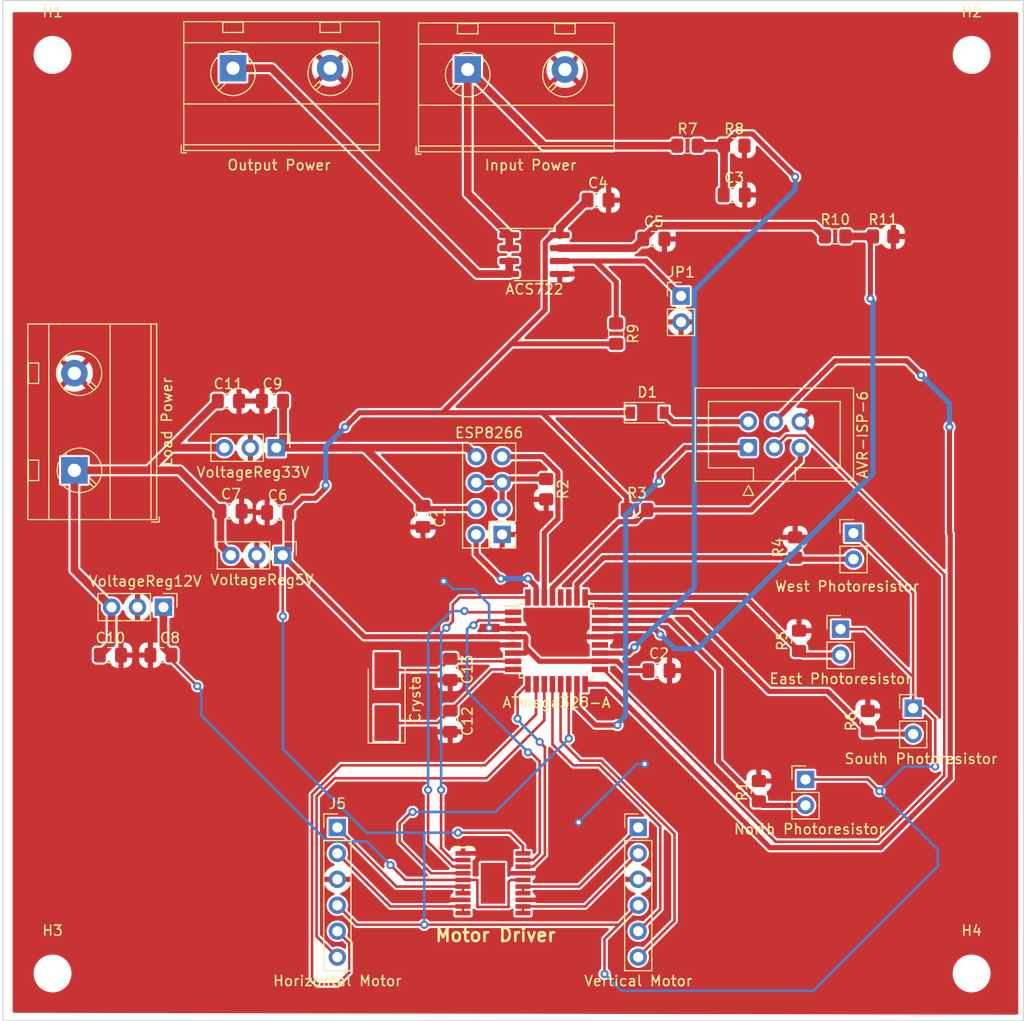
<source format=kicad_pcb>
(kicad_pcb (version 20211014) (generator pcbnew)
  (layers (0 "F.Cu" signal) (31 "B.Cu" signal) (34 "B.Paste" user) (35 "F.Paste" user) (36 "B.SilkS" user "B.Silkscreen") (37 "F.SilkS" user "F.Silkscreen") (38 "B.Mask" user) (39 "F.Mask" user) (44 "Edge.Cuts" user))
  (net 0 "")
  (net 1 "+3V3")
  (net 2 "GND")
  (net 3 "+5V")
  (net 4 "/PANEL_VOLTAGE")
  (net 5 "/VIOUT")
  (net 6 "/B+")
  (net 7 "+12V")
  (net 8 "Net-(C12-Pad1)")
  (net 9 "Net-(C13-Pad1)")
  (net 10 "Net-(D1-Pad2)")
  (net 11 "/IN1A")
  (net 12 "/IN1B")
  (net 13 "/PWM")
  (net 14 "/MP_H+")
  (net 15 "/MP_H-")
  (net 16 "/MP_V-")
  (net 17 "/MP_V+")
  (net 18 "/IN2B")
  (net 19 "/IN2A")
  (net 21 "/TXO")
  (net 22 "Net-(J1-Pad3)")
  (net 23 "/RXI")
  (net 24 "/MISO")
  (net 25 "/SCK")
  (net 26 "/MOSI")
  (net 27 "/RESET")
  (net 28 "/NORTH")
  (net 29 "/WEST")
  (net 30 "/H_ENC_A")
  (net 31 "/H_ENC_B")
  (net 32 "/EAST")
  (net 33 "/SOUTH")
  (net 34 "/V_ENC_A")
  (net 35 "/V_ENC_B")
  (net 36 "/PANEL_DIVIDER")
  (net 37 "Net-(J10-Pad1)")
  (net 38 "Net-(JP1-Pad1)")
  (net 39 "/PANEL_CURRENT")
  (net 41 "/SCL")
  (net 42 "/SDA")
  (footprint "Resistor_SMD:R_0805_2012Metric_Pad1.20x1.40mm_HandSolder" (layer "F.Cu") (at 176.641 57.785)
    (fp_text reference "R10")
    (fp_text value "1k")
  )
  (footprint "Capacitor_SMD:C_0805_2012Metric_Pad1.18x1.45mm_HandSolder" (layer "F.Cu") (at 105.664 98.806)
    (fp_text reference "C10")
    (fp_text value "1uF")
  )
  (footprint "Connector_PinHeader_2.54mm:PinHeader_1x02_P2.54mm_Vertical" (layer "F.Cu") (at 178.435 86.863)
    (fp_text reference "J4" hide)
    (fp_text value "West Photoresistor")
  )
  (footprint "Connector_PinHeader_2.54mm:PinHeader_1x03_P2.54mm_Vertical" (layer "F.Cu") (at 110.856 94.107 -90)
    (fp_text reference "J13" hide)
    (fp_text value "VoltageReg12V")
  )
  (footprint "Resistor_SMD:R_0805_2012Metric_Pad1.20x1.40mm_HandSolder" (layer "F.Cu") (at 173.101 97.409 90)
    (fp_text reference "R5")
    (fp_text value "10k")
  )
  (footprint "Capacitor_SMD:C_0805_2012Metric_Pad1.18x1.45mm_HandSolder" (layer "F.Cu") (at 138.938 105.283 -90)
    (fp_text reference "C12")
    (fp_text value "22p")
  )
  (footprint "Resistor_SMD:R_0805_2012Metric_Pad1.20x1.40mm_HandSolder" (layer "F.Cu") (at 172.72 88.265 90)
    (fp_text reference "R4")
    (fp_text value "10k")
  )
  (footprint "Capacitor_SMD:C_0805_2012Metric_Pad1.18x1.45mm_HandSolder" (layer "F.Cu") (at 158.877 58.039)
    (fp_text reference "C5")
    (fp_text value "1nF")
  )
  (footprint "TerminalBlock_MetzConnect:TerminalBlock_MetzConnect_Type703_RT10N02HGLU_1x02_P9.52mm_Horizontal" (layer "F.Cu") (at 140.655 41.43)
    (fp_text reference "J9" hide)
    (fp_text value "Input Power")
  )
  (footprint "TerminalBlock_MetzConnect:TerminalBlock_MetzConnect_Type703_RT10N02HGLU_1x02_P9.52mm_Horizontal" (layer "F.Cu") (at 102.136 80.706 90)
    (fp_text reference "J12" hide)
    (fp_text value "Load Power")
  )
  (footprint "Capacitor_SMD:C_0805_2012Metric_Pad1.18x1.45mm_HandSolder" (layer "F.Cu") (at 121.539 73.914)
    (fp_text reference "C9")
    (fp_text value "1uF")
  )
  (footprint "Resistor_SMD:R_0805_2012Metric_Pad1.20x1.40mm_HandSolder" (layer "F.Cu") (at 179.832 105.283 90)
    (fp_text reference "R6")
    (fp_text value "10k")
  )
  (footprint "Crystal:Crystal_SMD_5032-2Pin_5.0x3.2mm_HandSoldering" (layer "F.Cu") (at 132.715 102.87 90)
    (fp_text reference "Y1" hide)
    (fp_text value "Crystal")
  )
  (footprint "Capacitor_SMD:C_0805_2012Metric_Pad1.18x1.45mm_HandSolder" (layer "F.Cu") (at 122.047 84.836)
    (fp_text reference "C6")
    (fp_text value "1uF")
  )
  (footprint "Capacitor_SMD:C_0805_2012Metric_Pad1.18x1.45mm_HandSolder" (layer "F.Cu") (at 159.385 100.33)
    (fp_text reference "C2")
    (fp_text value "1uF")
  )
  (footprint "Diode_SMD:D_SOD-123" (layer "F.Cu") (at 158.242 75.057)
    (fp_text reference "D1")
    (fp_text value "MBR0520")
  )
  (footprint "Resistor_SMD:R_0805_2012Metric_Pad1.20x1.40mm_HandSolder" (layer "F.Cu") (at 162.179 48.895)
    (fp_text reference "R7")
    (fp_text value "10k")
  )
  (footprint "Capacitor_SMD:C_0805_2012Metric_Pad1.18x1.45mm_HandSolder" (layer "F.Cu") (at 117.475 84.709)
    (fp_text reference "C7")
    (fp_text value "1uF")
  )
  (footprint "Capacitor_SMD:C_0805_2012Metric_Pad1.18x1.45mm_HandSolder" (layer "F.Cu") (at 166.751 53.721)
    (fp_text reference "C3")
    (fp_text value ".1uF")
  )
  (footprint "MountingHole:MountingHole_3.2mm_M3" (layer "F.Cu") (at 190 40)
    (fp_text reference "H2")
    (fp_text value "MountingHole")
  )
  (footprint "Capacitor_SMD:C_0805_2012Metric_Pad1.18x1.45mm_HandSolder" (layer "F.Cu") (at 153.416 54.229)
    (fp_text reference "C4")
    (fp_text value ".1uF")
  )
  (footprint "Connector_PinHeader_2.54mm:PinHeader_1x03_P2.54mm_Vertical" (layer "F.Cu") (at 122.54 89.027 -90)
    (fp_text reference "J11" hide)
    (fp_text value "VoltageReg5V")
  )
  (footprint "Resistor_SMD:R_0805_2012Metric_Pad1.20x1.40mm_HandSolder" (layer "F.Cu") (at 157.226 84.582)
    (fp_text reference "R3")
    (fp_text value "10k")
  )
  (footprint "Package_SO:SOIC-8_3.9x4.9mm_P1.27mm" (layer "F.Cu") (at 147.193 59.563)
    (fp_text reference "U1" hide)
    (fp_text value "ACS722")
  )
  (footprint "TerminalBlock_MetzConnect:TerminalBlock_MetzConnect_Type703_RT10N02HGLU_1x02_P9.52mm_Horizontal" (layer "F.Cu") (at 117.668 41.303)
    (fp_text reference "J10" hide)
    (fp_text value "Output Power")
  )
  (footprint "Package_QFP:TQFP-32_7x7mm_P0.8mm" (layer "F.Cu") (at 149.352 97.409)
    (fp_text reference "U2" hide)
    (fp_text value "ATmega328-A")
  )
  (footprint "Connector_IDC:IDC-Header_2x03_P2.54mm_Vertical" (layer "F.Cu") (at 168.143 78.4765 90)
    (fp_text reference "J2" hide)
    (fp_text value "AVR-ISP-6")
  )
  (footprint "MountingHole:MountingHole_3.2mm_M3" (layer "F.Cu") (at 100 130)
    (fp_text reference "H3")
    (fp_text value "MountingHole")
  )
  (footprint "Capacitor_SMD:C_0805_2012Metric_Pad1.18x1.45mm_HandSolder" (layer "F.Cu") (at 138.938 100.203 -90)
    (fp_text reference "C13")
    (fp_text value "22p")
  )
  (footprint "Connector_PinHeader_2.54mm:PinHeader_1x02_P2.54mm_Vertical" (layer "F.Cu") (at 173.736 110.993)
    (fp_text reference "J3" hide)
    (fp_text value "North Photoresistor")
  )
  (footprint "Capacitor_SMD:C_0805_2012Metric_Pad1.18x1.45mm_HandSolder" (layer "F.Cu") (at 110.617 98.806)
    (fp_text reference "C8")
    (fp_text value "1uF")
  )
  (footprint "Connector_PinHeader_2.54mm:PinHeader_1x06_P2.54mm_Vertical" (layer "F.Cu") (at 127.889 115.697)
    (fp_text reference "J5")
    (fp_text value "Horizontal Motor")
  )
  (footprint "Capacitor_SMD:C_0805_2012Metric_Pad1.18x1.45mm_HandSolder" (layer "F.Cu") (at 136.271 85.217 -90)
    (fp_text reference "C1")
    (fp_text value "1uF")
  )
  (footprint "Resistor_SMD:R_0805_2012Metric_Pad1.20x1.40mm_HandSolder" (layer "F.Cu") (at 166.751 48.895)
    (fp_text reference "R8")
    (fp_text value "3.8k")
  )
  (footprint "Connector_PinHeader_2.54mm:PinHeader_1x02_P2.54mm_Vertical" (layer "F.Cu") (at 177.165 96.261)
    (fp_text reference "J6" hide)
    (fp_text value "East Photoresistor")
  )
  (footprint "Connector_PinHeader_2.54mm:PinHeader_1x06_P2.54mm_Vertical" (layer "F.Cu") (at 157.353 115.697)
    (fp_text reference "J8" hide)
    (fp_text value "Vertical Motor")
  )
  (footprint "Capacitor_SMD:C_0805_2012Metric_Pad1.18x1.45mm_HandSolder" (layer "F.Cu") (at 117.221 73.914)
    (fp_text reference "C11")
    (fp_text value "1uF")
  )
  (footprint "Connector_PinHeader_2.54mm:PinHeader_1x03_P2.54mm_Vertical" (layer "F.Cu") (at 121.905 78.486 -90)
    (fp_text reference "J14" hide)
    (fp_text value "VoltageReg33V")
  )
  (footprint "MountingHole:MountingHole_3.2mm_M3" (layer "F.Cu") (at 190 130)
    (fp_text reference "H4")
    (fp_text value "MountingHole")
  )
  (footprint "MountingHole:MountingHole_3.2mm_M3" (layer "F.Cu") (at 100 40)
    (fp_text reference "H1")
    (fp_text value "MountingHole")
  )
  (footprint "Resistor_SMD:R_0805_2012Metric_Pad1.20x1.40mm_HandSolder" (layer "F.Cu") (at 155.194 67.31 -90)
    (fp_text reference "R9")
    (fp_text value "4.7k")
  )
  (footprint "Resistor_SMD:R_0805_2012Metric_Pad1.20x1.40mm_HandSolder" (layer "F.Cu") (at 148.336 82.55 -90)
    (fp_text reference "R2")
    (fp_text value "10k")
  )
  (footprint "Resistor_SMD:R_0805_2012Metric_Pad1.20x1.40mm_HandSolder" (layer "F.Cu") (at 181.34 57.785)
    (fp_text reference "R11")
    (fp_text value "2k")
  )
  (footprint "Connector_PinHeader_2.54mm:PinHeader_1x02_P2.54mm_Vertical" (layer "F.Cu") (at 161.544 63.622)
    (fp_text reference "JP1")
    (fp_text value "Jumper_2_Bridged")
  )
  (footprint "BD635:BD635" (layer "F.Cu") (at 143.129 121.158)
    (fp_text reference "J1" hide)
    (fp_text value "Motor Driver")
  )
  (footprint "Connector_PinHeader_2.54mm:PinHeader_2x04_P2.54mm_Vertical" (layer "F.Cu") (at 144.023 86.985 180)
    (fp_text reference "J1" hide)
    (fp_text value "ESP8266")
  )
  (footprint "Connector_PinHeader_2.54mm:PinHeader_1x02_P2.54mm_Vertical" (layer "F.Cu") (at 184.277 104.008)
    (fp_text reference "J7" hide)
    (fp_text value "South Photoresistor")
  )
  (footprint "Resistor_SMD:R_0805_2012Metric_Pad1.20x1.40mm_HandSolder" (layer "F.Cu") (at 169.164 112.141 90)
    (fp_text reference "R1")
    (fp_text value "10k")
  )
  (gr_rect (start 195.072 34.671) (end 95.123 134.62) (layer "Edge.Cuts") (width 0.1) (fill none))
  (segment (start 122.5765 77.8145) (end 121.905 78.486) (width 0.762) (layer "F.Cu") (net 1))
  (segment (start 121.905 78.486) (end 130.5775 78.486) (width 0.762) (layer "F.Cu") (net 1))
  (segment (start 122.5765 73.914) (end 122.5765 77.8145) (width 0.762) (layer "F.Cu") (net 1))
  (segment (start 130.5775 78.486) (end 140.604 78.486) (width 0.762) (layer "F.Cu") (net 1))
  (segment (start 136.5365 84.445) (end 141.483 84.445) (width 0.508) (layer "F.Cu") (net 1))
  (segment (start 130.5775 78.486) (end 136.271 84.1795) (width 0.762) (layer "F.Cu") (net 1))
  (segment (start 140.604 78.486) (end 141.483 79.365) (width 0.762) (layer "F.Cu") (net 1))
  (segment (start 136.271 84.1795) (end 136.5365 84.445) (width 0.508) (layer "F.Cu") (net 1))
  (via (at 138.303 91.567) (size 0.8) (drill 0.4) (layers "F.Cu" "B.Cu") (net 2))
  (via (at 142.748 96.139) (size 0.8) (drill 0.4) (layers "F.Cu" "B.Cu") (net 2))
  (via (at 157.988 109.474) (size 0.8) (drill 0.4) (layers "F.Cu" "B.Cu") (net 2))
  (via (at 151.511 115.189) (size 0.8) (drill 0.4) (layers "F.Cu" "B.Cu") (net 2))
  (segment (start 138.303 91.567) (end 138.438614 91.567) (width 0.25) (layer "B.Cu") (net 2))
  (segment (start 139.200614 92.329) (end 141.224 92.329) (width 0.25) (layer "B.Cu") (net 2))
  (segment (start 151.511 115.189) (end 157.226 109.474) (width 0.25) (layer "B.Cu") (net 2))
  (segment (start 142.748 93.853) (end 142.748 96.139) (width 0.25) (layer "B.Cu") (net 2))
  (segment (start 157.226 109.474) (end 157.988 109.474) (width 0.25) (layer "B.Cu") (net 2))
  (segment (start 141.224 92.329) (end 142.748 93.853) (width 0.25) (layer "B.Cu") (net 2))
  (segment (start 138.438614 91.567) (end 139.200614 92.329) (width 0.25) (layer "B.Cu") (net 2))
  (segment (start 158.3475 100.33) (end 156.21 100.33) (width 0.508) (layer "F.Cu") (net 3))
  (segment (start 148.23948 64.99352) (end 148.23948 58.38952) (width 0.508) (layer "F.Cu") (net 3))
  (segment (start 122.54 94.981) (end 122.54 89.027) (width 0.254) (layer "F.Cu") (net 3))
  (segment (start 144.78 116.205) (end 139.7 116.205) (width 0.254) (layer "F.Cu") (net 3))
  (segment (start 184.277 104.008) (end 185.381 104.008) (width 0.254) (layer "F.Cu") (net 3))
  (segment (start 146.355511 98.537511) (end 146.284022 98.609) (width 0.508) (layer "F.Cu") (net 3))
  (segment (start 138.176 75.057) (end 144.923 68.31) (width 0.508) (layer "F.Cu") (net 3))
  (segment (start 179.573 96.261) (end 184.277 100.965) (width 0.254) (layer "F.Cu") (net 3))
  (segment (start 184.277 92.705) (end 184.277 100.965) (width 0.254) (layer "F.Cu") (net 3))
  (segment (start 145.102 97.009) (end 146.284022 97.009) (width 0.508) (layer "F.Cu") (net 3))
  (segment (start 156.226 83.328) (end 147.955 75.057) (width 0.508) (layer "F.Cu") (net 3))
  (segment (start 173.736 110.993) (end 179.827 110.993) (width 0.254) (layer "F.Cu") (net 3))
  (segment (start 149.668 57.658) (end 149.668 56.9395) (width 0.762) (layer "F.Cu") (net 3))
  (segment (start 130.048 75.057) (end 128.651 76.454) (width 0.508) (layer "F.Cu") (net 3))
  (segment (start 136.398 125.222) (end 129.794 125.222) (width 0.254) (layer "F.Cu") (net 3))
  (segment (start 125.73 83.439) (end 124.4815 83.439) (width 0.508) (layer "F.Cu") (net 3))
  (segment (start 138.176 75.057) (end 130.048 75.057) (width 0.508) (layer "F.Cu") (net 3))
  (segment (start 126.746 82.423) (end 126.746 82.169) (width 0.508) (layer "F.Cu") (net 3))
  (segment (start 123.0845 84.836) (end 123.0845 88.4825) (width 0.762) (layer "F.Cu") (net 3))
  (segment (start 146.355511 98.095511) (end 146.355511 98.537511) (width 0.508) (layer "F.Cu") (net 3))
  (segment (start 124.4815 83.439) (end 123.0845 84.836) (width 0.508) (layer "F.Cu") (net 3))
  (segment (start 177.165 96.261) (end 179.573 96.261) (width 0.254) (layer "F.Cu") (net 3))
  (segment (start 178.435 86.863) (end 184.277 92.705) (width 0.254) (layer "F.Cu") (net 3))
  (segment (start 156.21 100.33) (end 155.289 99.409) (width 0.508) (layer "F.Cu") (net 3))
  (segment (start 149.668 56.9395) (end 152.3785 54.229) (width 0.762) (layer "F.Cu") (net 3))
  (segment (start 185.381 104.008) (end 186.436 105.063) (width 0.254) (layer "F.Cu") (net 3))
  (segment (start 184.277 100.965) (end 184.277 104.008) (width 0.254) (layer "F.Cu") (net 3))
  (segment (start 155.289 99.409) (end 153.602 99.409) (width 0.508) (layer "F.Cu") (net 3))
  (segment (start 129.794 125.222) (end 127.889 123.317) (width 0.254) (layer "F.Cu") (net 3))
  (segment (start 148.23948 58.38952) (end 148.971 57.658) (width 0.508) (layer "F.Cu") (net 3))
  (segment (start 144.923 68.31) (end 155.194 68.31) (width 0.508) (layer "F.Cu") (net 3))
  (segment (start 154.051 126.619) (end 157.353 123.317) (width 0.254) (layer "F.Cu") (net 3))
  (segment (start 147.669 99.409) (end 146.355511 98.095511) (width 0.508) (layer "F.Cu") (net 3))
  (segment (start 156.592 75.057) (end 147.955 75.057) (width 0.508) (layer "F.Cu") (net 3))
  (segment (start 146.284022 98.609) (end 145.102 98.609) (width 0.508) (layer "F.Cu") (net 3))
  (segment (start 122.555 94.996) (end 122.54 94.981) (width 0.254) (layer "F.Cu") (net 3))
  (segment (start 155.448 125.222) (end 157.353 123.317) (width 0.254) (layer "F.Cu") (net 3))
  (segment (start 179.827 110.993) (end 180.975 112.141) (width 0.254) (layer "F.Cu") (net 3))
  (segment (start 146.067 117.492) (end 144.78 116.205) (width 0.254) (layer "F.Cu") (net 3))
  (segment (start 154.051 130.048) (end 154.051 126.619) (width 0.254) (layer "F.Cu") (net 3))
  (segment (start 123.0845 88.4825) (end 122.54 89.027) (width 0.762) (layer "F.Cu") (net 3))
  (segment (start 146.067 118.233) (end 146.067 117.492) (width 0.254) (layer "F.Cu") (net 3))
  (segment (start 153.602 99.409) (end 147.669 99.409) (width 0.508) (layer "F.Cu") (net 3))
  (segment (start 156.226 84.582) (end 156.226 83.328) (width 0.508) (layer "F.Cu") (net 3))
  (segment (start 145.102 97.009) (end 130.522 97.009) (width 0.508) (layer "F.Cu") (net 3))
  (segment (start 148.971 57.658) (end 149.668 57.658) (width 0.508) (layer "F.Cu") (net 3))
  (segment (start 130.522 97.009) (end 122.54 89.027) (width 0.508) (layer "F.Cu") (net 3))
  (segment (start 147.955 75.057) (end 138.176 75.057) (width 0.508) (layer "F.Cu") (net 3))
  (segment (start 144.923 68.31) (end 148.23948 64.99352) (width 0.508) (layer "F.Cu") (net 3))
  (segment (start 146.284022 97.009) (end 146.355511 97.080489) (width 0.508) (layer "F.Cu") (net 3))
  (segment (start 136.398 125.222) (end 155.448 125.222) (width 0.254) (layer "F.Cu") (net 3))
  (segment (start 125.73 83.439) (end 126.746 82.423) (width 0.508) (layer "F.Cu") (net 3))
  (segment (start 146.355511 97.080489) (end 146.355511 98.095511) (width 0.508) (layer "F.Cu") (net 3))
  (segment (start 186.436 105.063) (end 186.436 109.728) (width 0.254) (layer "F.Cu") (net 3))
  (via (at 186.436 109.728) (size 0.8) (drill 0.4) (layers "F.Cu" "B.Cu") (net 3))
  (via (at 126.746 82.169) (size 0.8) (drill 0.4) (layers "F.Cu" "B.Cu") (net 3))
  (via (at 139.7 116.205) (size 0.8) (drill 0.4) (layers "F.Cu" "B.Cu") (net 3))
  (via (at 136.398 125.222) (size 0.8) (drill 0.4) (layers "F.Cu" "B.Cu") (net 3))
  (via (at 122.555 94.996) (size 0.8) (drill 0.4) (layers "F.Cu" "B.Cu") (net 3))
  (via (at 128.651 76.454) (size 0.8) (drill 0.4) (layers "F.Cu" "B.Cu") (net 3))
  (via (at 154.051 130.048) (size 0.8) (drill 0.4) (layers "F.Cu" "B.Cu") (net 3))
  (via (at 180.975 112.141) (size 0.8) (drill 0.4) (layers "F.Cu" "B.Cu") (net 3))
  (segment (start 126.746 78.359) (end 126.746 82.169) (width 0.508) (layer "B.Cu") (net 3))
  (segment (start 136.398 116.205) (end 130.750022 116.205) (width 0.254) (layer "B.Cu") (net 3))
  (segment (start 139.7 116.205) (end 136.398 116.205) (width 0.254) (layer "B.Cu") (net 3))
  (segment (start 130.750022 116.205) (end 122.555 108.009978) (width 0.254) (layer "B.Cu") (net 3))
  (segment (start 180.975 112.141) (end 186.436 117.602) (width 0.254) (layer "B.Cu") (net 3))
  (segment (start 183.388 109.728) (end 180.975 112.141) (width 0.254) (layer "B.Cu") (net 3))
  (segment (start 136.398 116.205) (end 136.398 125.222) (width 0.254) (layer "B.Cu") (net 3))
  (segment (start 155.702 131.699) (end 154.051 130.048) (width 0.254) (layer "B.Cu") (net 3))
  (segment (start 128.651 76.454) (end 126.746 78.359) (width 0.508) (layer "B.Cu") (net 3))
  (segment (start 186.69 119.507) (end 174.498 131.699) (width 0.254) (layer "B.Cu") (net 3))
  (segment (start 156.083 131.699) (end 155.702 131.699) (width 0.254) (layer "B.Cu") (net 3))
  (segment (start 186.436 109.728) (end 183.388 109.728) (width 0.254) (layer "B.Cu") (net 3))
  (segment (start 186.69 117.856) (end 186.69 119.507) (width 0.254) (layer "B.Cu") (net 3))
  (segment (start 174.498 131.699) (end 156.083 131.699) (width 0.254) (layer "B.Cu") (net 3))
  (segment (start 122.555 108.009978) (end 122.555 94.996) (width 0.254) (layer "B.Cu") (net 3))
  (segment (start 186.436 117.602) (end 186.69 117.856) (width 0.254) (layer "B.Cu") (net 3))
  (segment (start 156.407 98.609) (end 156.972 98.044) (width 0.508) (layer "F.Cu") (net 4))
  (segment (start 153.602 98.609) (end 156.407 98.609) (width 0.508) (layer "F.Cu") (net 4))
  (segment (start 168.51848 47.74148) (end 166.90452 47.74148) (width 0.508) (layer "F.Cu") (net 4))
  (segment (start 165.751 48.895) (end 165.751 53.6835) (width 0.762) (layer "F.Cu") (net 4))
  (segment (start 165.751 53.6835) (end 165.7135 53.721) (width 0.762) (layer "F.Cu") (net 4))
  (segment (start 172.72 51.943) (end 168.51848 47.74148) (width 0.508) (layer "F.Cu") (net 4))
  (segment (start 163.179 48.895) (end 165.751 48.895) (width 0.762) (layer "F.Cu") (net 4))
  (segment (start 166.90452 47.74148) (end 165.751 48.895) (width 0.508) (layer "F.Cu") (net 4))
  (via (at 172.72 51.943) (size 0.8) (drill 0.4) (layers "F.Cu" "B.Cu") (net 4))
  (via (at 156.972 98.044) (size 0.8) (drill 0.4) (layers "F.Cu" "B.Cu") (net 4))
  (segment (start 172.466 53.467) (end 172.72 53.213) (width 0.508) (layer "B.Cu") (net 4))
  (segment (start 172.72 53.213) (end 172.72 51.943) (width 0.508) (layer "B.Cu") (net 4))
  (segment (start 156.972 98.044) (end 162.847511 92.168489) (width 0.508) (layer "B.Cu") (net 4))
  (segment (start 162.847511 92.168489) (end 162.847511 63.085489) (width 0.508) (layer "B.Cu") (net 4))
  (segment (start 162.847511 63.085489) (end 172.466 53.467) (width 0.508) (layer "B.Cu") (net 4))
  (segment (start 156.9505 58.928) (end 157.8395 58.039) (width 0.762) (layer "F.Cu") (net 5))
  (segment (start 157.8395 58.039) (end 159.14502 56.73348) (width 0.762) (layer "F.Cu") (net 5))
  (segment (start 159.14502 56.73348) (end 174.58948 56.73348) (width 0.762) (layer "F.Cu") (net 5))
  (segment (start 174.58948 56.73348) (end 175.641 57.785) (width 0.762) (layer "F.Cu") (net 5))
  (segment (start 149.668 58.928) (end 156.9505 58.928) (width 0.762) (layer "F.Cu") (net 5))
  (segment (start 102.136 90.467) (end 105.776 94.107) (width 0.762) (layer "F.Cu") (net 6))
  (segment (start 109.3915 80.706) (end 102.136 80.706) (width 0.762) (layer "F.Cu") (net 6))
  (segment (start 116.4375 88.0045) (end 117.46 89.027) (width 0.762) (layer "F.Cu") (net 6))
  (segment (start 116.1835 73.914) (end 109.3915 80.706) (width 0.762) (layer "F.Cu") (net 6))
  (segment (start 102.136 80.706) (end 102.136 90.467) (width 0.762) (layer "F.Cu") (net 6))
  (segment (start 105.776 94.107) (end 105.776 97.6565) (width 0.762) (layer "F.Cu") (net 6))
  (segment (start 112.4345 80.706) (end 116.4375 84.709) (width 0.762) (layer "F.Cu") (net 6))
  (segment (start 111.6115 78.486) (end 116.825 78.486) (width 0.762) (layer "F.Cu") (net 6))
  (segment (start 116.4375 84.709) (end 116.4375 88.0045) (width 0.762) (layer "F.Cu") (net 6))
  (segment (start 105.776 97.6565) (end 104.6265 98.806) (width 0.762) (layer "F.Cu") (net 6))
  (segment (start 109.3915 80.706) (end 111.6115 78.486) (width 0.762) (layer "F.Cu") (net 6))
  (segment (start 102.136 80.706) (end 112.4345 80.706) (width 0.762) (layer "F.Cu") (net 6))
  (segment (start 144.655511 123.484511) (end 144.655511 121.031) (width 0.254) (layer "F.Cu") (net 7))
  (segment (start 114.173 101.854) (end 111.6545 99.3355) (width 0.254) (layer "F.Cu") (net 7))
  (segment (start 141.602489 120.833) (end 141.602489 123.484511) (width 0.254) (layer "F.Cu") (net 7))
  (segment (start 110.856 94.107) (end 110.856 98.0075) (width 0.762) (layer "F.Cu") (net 7))
  (segment (start 140.191 120.833) (end 141.602489 120.833) (width 0.254) (layer "F.Cu") (net 7))
  (segment (start 140.191 120.833) (end 134.549 120.833) (width 0.254) (layer "F.Cu") (net 7))
  (segment (start 133.858 120.142) (end 133.096 119.38) (width 0.254) (layer "F.Cu") (net 7))
  (segment (start 144.655511 121.031) (end 144.853511 120.833) (width 0.254) (layer "F.Cu") (net 7))
  (segment (start 110.856 98.0075) (end 111.6545 98.806) (width 0.762) (layer "F.Cu") (net 7))
  (segment (start 141.602489 123.484511) (end 144.655511 123.484511) (width 0.254) (layer "F.Cu") (net 7))
  (segment (start 134.549 120.833) (end 133.858 120.142) (width 0.254) (layer "F.Cu") (net 7))
  (segment (start 144.853511 120.833) (end 146.067 120.833) (width 0.254) (layer "F.Cu") (net 7))
  (segment (start 111.6545 99.3355) (end 111.6545 98.806) (width 0.254) (layer "F.Cu") (net 7))
  (via (at 114.173 101.854) (size 0.8) (drill 0.4) (layers "F.Cu" "B.Cu") (net 7))
  (via (at 133.096 119.38) (size 0.8) (drill 0.4) (layers "F.Cu" "B.Cu") (net 7))
  (segment (start 114.554 103.505) (end 114.554 102.235) (width 0.254) (layer "B.Cu") (net 7))
  (segment (start 133.096 119.38) (end 130.776489 117.060489) (width 0.254) (layer "B.Cu") (net 7))
  (segment (start 130.776489 117.060489) (end 126.899467 117.060489) (width 0.254) (layer "B.Cu") (net 7))
  (segment (start 114.554 104.715022) (end 114.554 103.505) (width 0.254) (layer "B.Cu") (net 7))
  (segment (start 114.554 102.235) (end 114.173 101.854) (width 0.254) (layer "B.Cu") (net 7))
  (segment (start 126.899467 117.060489) (end 114.554 104.715022) (width 0.254) (layer "B.Cu") (net 7))
  (segment (start 137.7135 105.47) (end 138.938 104.2455) (width 0.254) (layer "F.Cu") (net 8))
  (segment (start 142.9745 100.209) (end 145.102 100.209) (width 0.254) (layer "F.Cu") (net 8))
  (segment (start 138.938 104.2455) (end 142.9745 100.209) (width 0.254) (layer "F.Cu") (net 8))
  (segment (start 132.715 105.47) (end 137.7135 105.47) (width 0.254) (layer "F.Cu") (net 8))
  (segment (start 132.715 100.27) (end 137.8335 100.27) (width 0.254) (layer "F.Cu") (net 9))
  (segment (start 145.102 99.409) (end 139.1815 99.409) (width 0.254) (layer "F.Cu") (net 9))
  (segment (start 137.8335 100.27) (end 138.938 99.1655) (width 0.254) (layer "F.Cu") (net 9))
  (segment (start 139.1815 99.409) (end 138.938 99.1655) (width 0.254) (layer "F.Cu") (net 9))
  (segment (start 160.7715 75.9365) (end 159.892 75.057) (width 0.508) (layer "F.Cu") (net 10))
  (segment (start 168.143 75.9365) (end 160.7715 75.9365) (width 0.508) (layer "F.Cu") (net 10))
  (segment (start 139.192 93.853) (end 139.886 93.159) (width 0.254) (layer "F.Cu") (net 11))
  (segment (start 139.886 93.159) (end 146.552 93.159) (width 0.254) (layer "F.Cu") (net 11))
  (segment (start 138.049 112.522) (end 138.049 112.014) (width 0.254) (layer "F.Cu") (net 11))
  (segment (start 139.192 95.504) (end 139.192 93.853) (width 0.254) (layer "F.Cu") (net 11))
  (segment (start 139.1995 118.883) (end 138.049 117.7325) (width 0.254) (layer "F.Cu") (net 11))
  (segment (start 138.557 96.139) (end 139.192 95.504) (width 0.254) (layer "F.Cu") (net 11))
  (segment (start 140.191 118.883) (end 139.1995 118.883) (width 0.254) (layer "F.Cu") (net 11))
  (segment (start 138.049 117.7325) (end 138.049 112.522) (width 0.254) (layer "F.Cu") (net 11))
  (via (at 138.049 112.014) (size 0.8) (drill 0.4) (layers "F.Cu" "B.Cu") (net 11))
  (via (at 138.557 96.139) (size 0.8) (drill 0.4) (layers "F.Cu" "B.Cu") (net 11))
  (segment (start 138.049 96.647) (end 138.557 96.139) (width 0.254) (layer "B.Cu") (net 11))
  (segment (start 138.049 112.014) (end 138.049 96.647) (width 0.254) (layer "B.Cu") (net 11))
  (segment (start 136.779 117.1125) (end 136.779 112.014) (width 0.254) (layer "F.Cu") (net 12))
  (segment (start 140.456 94.609) (end 145.102 94.609) (width 0.254) (layer "F.Cu") (net 12))
  (segment (start 139.1995 119.533) (end 136.779 117.1125) (width 0.254) (layer "F.Cu") (net 12))
  (segment (start 140.191 119.533) (end 139.1995 119.533) (width 0.254) (layer "F.Cu") (net 12))
  (segment (start 140.335 94.488) (end 140.456 94.609) (width 0.254) (layer "F.Cu") (net 12))
  (via (at 140.335 94.488) (size 0.8) (drill 0.4) (layers "F.Cu" "B.Cu") (net 12))
  (via (at 136.779 112.014) (size 0.8) (drill 0.4) (layers "F.Cu" "B.Cu") (net 12))
  (segment (start 136.779 112.014) (end 136.779 96.774) (width 0.254) (layer "B.Cu") (net 12))
  (segment (start 138.938 94.615) (end 139.065 94.488) (width 0.254) (layer "B.Cu") (net 12))
  (segment (start 136.779 96.774) (end 138.938 94.615) (width 0.254) (layer "B.Cu") (net 12))
  (segment (start 139.065 94.488) (end 140.335 94.488) (width 0.254) (layer "B.Cu") (net 12))
  (segment (start 150.555964 106.983536) (end 150.552 106.979572) (width 0.254) (layer "F.Cu") (net 13))
  (segment (start 135.128 114.173) (end 135.255 114.173) (width 0.254) (layer "F.Cu") (net 13))
  (segment (start 137.074 120.183) (end 133.985 117.094) (width 0.254) (layer "F.Cu") (net 13))
  (segment (start 133.985 117.094) (end 133.985 115.316) (width 0.254) (layer "F.Cu") (net 13))
  (segment (start 133.985 115.316) (end 135.128 114.173) (width 0.254) (layer "F.Cu") (net 13))
  (segment (start 150.552 106.979572) (end 150.552 101.659) (width 0.254) (layer "F.Cu") (net 13))
  (segment (start 140.191 120.183) (end 137.074 120.183) (width 0.254) (layer "F.Cu") (net 13))
  (via (at 150.555964 106.983536) (size 0.8) (drill 0.4) (layers "F.Cu" "B.Cu") (net 13))
  (via (at 135.255 114.173) (size 0.8) (drill 0.4) (layers "F.Cu" "B.Cu") (net 13))
  (segment (start 143.3665 114.173) (end 150.555964 106.983536) (width 0.254) (layer "B.Cu") (net 13))
  (segment (start 135.255 114.173) (end 143.3665 114.173) (width 0.254) (layer "B.Cu") (net 13))
  (segment (start 133.675 121.483) (end 127.889 115.697) (width 0.254) (layer "F.Cu") (net 14))
  (segment (start 140.191 121.483) (end 140.191 122.133) (width 0.254) (layer "F.Cu") (net 14))
  (segment (start 140.191 121.483) (end 133.675 121.483) (width 0.254) (layer "F.Cu") (net 14))
  (segment (start 140.191 123.433) (end 133.085 123.433) (width 0.254) (layer "F.Cu") (net 15))
  (segment (start 140.191 123.433) (end 140.191 124.083) (width 0.254) (layer "F.Cu") (net 15))
  (segment (start 133.085 123.433) (end 127.889 118.237) (width 0.254) (layer "F.Cu") (net 15))
  (segment (start 146.067 124.083) (end 146.067 123.433) (width 0.254) (layer "F.Cu") (net 16))
  (segment (start 152.157 123.433) (end 157.353 118.237) (width 0.254) (layer "F.Cu") (net 16))
  (segment (start 146.067 123.433) (end 152.157 123.433) (width 0.254) (layer "F.Cu") (net 16))
  (segment (start 146.067 121.483) (end 151.567 121.483) (width 0.254) (layer "F.Cu") (net 17))
  (segment (start 146.067 122.133) (end 146.067 121.483) (width 0.254) (layer "F.Cu") (net 17))
  (segment (start 151.567 121.483) (end 157.353 115.697) (width 0.254) (layer "F.Cu") (net 17))
  (segment (start 146.067 119.533) (end 147.0585 119.533) (width 0.254) (layer "F.Cu") (net 18))
  (segment (start 145.542 105.029) (end 145.542 102.669) (width 0.254) (layer "F.Cu") (net 18))
  (segment (start 147.0585 119.533) (end 148.209 118.3825) (width 0.254) (layer "F.Cu") (net 18))
  (segment (start 148.209 107.823) (end 147.701 107.315) (width 0.254) (layer "F.Cu") (net 18))
  (segment (start 145.542 102.669) (end 146.552 101.659) (width 0.254) (layer "F.Cu") (net 18))
  (segment (start 148.209 118.3825) (end 148.209 107.823) (width 0.254) (layer "F.Cu") (net 18))
  (via (at 147.701 107.315) (size 0.8) (drill 0.4) (layers "F.Cu" "B.Cu") (net 18))
  (via (at 145.542 105.029) (size 0.8) (drill 0.4) (layers "F.Cu" "B.Cu") (net 18))
  (segment (start 145.542 105.156) (end 145.542 105.029) (width 0.254) (layer "B.Cu") (net 18))
  (segment (start 147.701 107.315) (end 145.542 105.156) (width 0.254) (layer "B.Cu") (net 18))
  (segment (start 141.224 95.885) (end 141.7 95.409) (width 0.254) (layer "F.Cu") (net 19))
  (segment (start 141.7 95.409) (end 145.102 95.409) (width 0.254) (layer "F.Cu") (net 19))
  (segment (start 147.701 109.22) (end 146.812 108.331) (width 0.254) (layer "F.Cu") (net 19))
  (segment (start 147.701 118.2405) (end 147.701 109.22) (width 0.254) (layer "F.Cu") (net 19))
  (segment (start 146.067 118.883) (end 147.0585 118.883) (width 0.254) (layer "F.Cu") (net 19))
  (segment (start 146.812 108.331) (end 146.558 108.331) (width 0.254) (layer "F.Cu") (net 19))
  (segment (start 147.0585 118.883) (end 147.701 118.2405) (width 0.254) (layer "F.Cu") (net 19))
  (via (at 141.224 95.885) (size 0.8) (drill 0.4) (layers "F.Cu" "B.Cu") (net 19))
  (via (at 146.558 108.331) (size 0.8) (drill 0.4) (layers "F.Cu" "B.Cu") (net 19))
  (segment (start 140.589 96.266) (end 140.97 95.885) (width 0.254) (layer "B.Cu") (net 19))
  (segment (start 140.589 102.362) (end 140.589 96.266) (width 0.254) (layer "B.Cu") (net 19))
  (segment (start 140.97 95.885) (end 141.224 95.885) (width 0.254) (layer "B.Cu") (net 19))
  (segment (start 146.558 108.331) (end 140.589 102.362) (width 0.254) (layer "B.Cu") (net 19))
  (segment (start 147.352 92.107) (end 146.558 91.313) (width 0.508) (layer "F.Cu") (net 21))
  (segment (start 141.483 88.905) (end 141.483 86.985) (width 0.508) (layer "F.Cu") (net 21))
  (segment (start 147.352 93.159) (end 147.352 92.107) (width 0.508) (layer "F.Cu") (net 21))
  (segment (start 143.891 91.313) (end 141.483 88.905) (width 0.508) (layer "F.Cu") (net 21))
  (via (at 146.558 91.313) (size 0.8) (drill 0.4) (layers "F.Cu" "B.Cu") (net 21))
  (via (at 143.891 91.313) (size 0.8) (drill 0.4) (layers "F.Cu" "B.Cu") (net 21))
  (segment (start 146.558 91.313) (end 143.891 91.313) (width 0.508) (layer "B.Cu") (net 21))
  (segment (start 148.336 81.55) (end 144.378 81.55) (width 0.508) (layer "F.Cu") (net 22))
  (segment (start 144.023 84.445) (end 144.023 81.905) (width 0.508) (layer "F.Cu") (net 22))
  (segment (start 144.378 81.55) (end 144.023 81.905) (width 0.508) (layer "F.Cu") (net 22))
  (segment (start 141.483 81.905) (end 144.023 81.905) (width 0.508) (layer "F.Cu") (net 22))
  (segment (start 149.48952 80.908593) (end 149.48952 85.46048) (width 0.508) (layer "F.Cu") (net 23))
  (segment (start 147.945927 79.365) (end 149.48952 80.908593) (width 0.508) (layer "F.Cu") (net 23))
  (segment (start 149.48952 85.46048) (end 148.152 86.798) (width 0.508) (layer "F.Cu") (net 23))
  (segment (start 144.023 79.365) (end 147.945927 79.365) (width 0.508) (layer "F.Cu") (net 23))
  (segment (start 148.152 86.798) (end 148.152 93.159) (width 0.508) (layer "F.Cu") (net 23))
  (segment (start 160.02 80.391) (end 159.385 81.026) (width 0.508) (layer "F.Cu") (net 24))
  (segment (start 159.385 81.026) (end 159.385 81.788) (width 0.508) (layer "F.Cu") (net 24))
  (segment (start 155.321 105.664) (end 153.162 105.664) (width 0.508) (layer "F.Cu") (net 24))
  (segment (start 151.352 103.854) (end 151.352 101.659) (width 0.508) (layer "F.Cu") (net 24))
  (segment (start 153.162 105.664) (end 151.352 103.854) (width 0.508) (layer "F.Cu") (net 24))
  (segment (start 168.143 78.4765) (end 161.9345 78.4765) (width 0.508) (layer "F.Cu") (net 24))
  (segment (start 161.9345 78.4765) (end 160.02 80.391) (width 0.508) (layer "F.Cu") (net 24))
  (via (at 155.321 105.664) (size 0.8) (drill 0.4) (layers "F.Cu" "B.Cu") (net 24))
  (via (at 159.385 81.788) (size 0.8) (drill 0.4) (layers "F.Cu" "B.Cu") (net 24))
  (segment (start 156.083 104.775) (end 155.321 105.537) (width 0.508) (layer "B.Cu") (net 24))
  (segment (start 159.385 81.788) (end 156.118489 85.054511) (width 0.508) (layer "B.Cu") (net 24))
  (segment (start 156.118489 85.054511) (end 156.118489 104.739511) (width 0.508) (layer "B.Cu") (net 24))
  (segment (start 155.321 105.537) (end 155.321 105.664) (width 0.508) (layer "B.Cu") (net 24))
  (segment (start 156.118489 104.739511) (end 156.083 104.775) (width 0.508) (layer "B.Cu") (net 24))
  (segment (start 170.815 117.094) (end 153.93 100.209) (width 0.254) (layer "F.Cu") (net 25))
  (segment (start 170.683 78.4765) (end 171.859511 77.299989) (width 0.254) (layer "F.Cu") (net 25))
  (segment (start 180.848 117.094) (end 170.815 117.094) (width 0.254) (layer "F.Cu") (net 25))
  (segment (start 187.325 110.617) (end 180.848 117.094) (width 0.254) (layer "F.Cu") (net 25))
  (segment (start 173.710328 77.299989) (end 187.325 90.914661) (width 0.254) (layer "F.Cu") (net 25))
  (segment (start 153.93 100.209) (end 153.602 100.209) (width 0.254) (layer "F.Cu") (net 25))
  (segment (start 187.325 90.914661) (end 187.325 110.617) (width 0.254) (layer "F.Cu") (net 25))
  (segment (start 171.859511 77.299989) (end 173.710328 77.299989) (width 0.254) (layer "F.Cu") (net 25))
  (segment (start 176.6425 69.977) (end 183.515 69.977) (width 0.508) (layer "F.Cu") (net 26))
  (segment (start 154.237 101.659) (end 152.152 101.659) (width 0.508) (layer "F.Cu") (net 26))
  (segment (start 183.515 69.977) (end 183.642 69.977) (width 0.508) (layer "F.Cu") (net 26))
  (segment (start 183.642 69.977) (end 185.039 71.374) (width 0.508) (layer "F.Cu") (net 26))
  (segment (start 170.683 75.9365) (end 176.6425 69.977) (width 0.508) (layer "F.Cu") (net 26))
  (segment (start 170.25252 117.67452) (end 154.237 101.659) (width 0.508) (layer "F.Cu") (net 26))
  (segment (start 187.90552 110.85746) (end 181.08846 117.67452) (width 0.508) (layer "F.Cu") (net 26))
  (segment (start 181.08846 117.67452) (end 170.25252 117.67452) (width 0.508) (layer "F.Cu") (net 26))
  (segment (start 187.833 86.868) (end 187.90552 86.94052) (width 0.508) (layer "F.Cu") (net 26))
  (segment (start 187.90552 86.94052) (end 187.90552 110.85746) (width 0.508) (layer "F.Cu") (net 26))
  (segment (start 187.833 76.454) (end 187.833 86.868) (width 0.508) (layer "F.Cu") (net 26))
  (via (at 187.833 76.454) (size 0.8) (drill 0.4) (layers "F.Cu" "B.Cu") (net 26))
  (via (at 185.039 71.374) (size 0.8) (drill 0.4) (layers "F.Cu" "B.Cu") (net 26))
  (segment (start 187.833 75.311) (end 187.833 76.454) (width 0.508) (layer "B.Cu") (net 26))
  (segment (start 185.039 71.374) (end 187.833 74.168) (width 0.508) (layer "B.Cu") (net 26))
  (segment (start 187.833 74.168) (end 187.833 75.311) (width 0.508) (layer "B.Cu") (net 26))
  (segment (start 157.07248 85.73552) (end 155.43748 85.73552) (width 0.508) (layer "F.Cu") (net 27))
  (segment (start 173.223 78.4765) (end 173.223 79.761) (width 0.508) (layer "F.Cu") (net 27))
  (segment (start 155.43748 85.73552) (end 148.952 92.221) (width 0.508) (layer "F.Cu") (net 27))
  (segment (start 173.223 79.761) (end 168.402 84.582) (width 0.508) (layer "F.Cu") (net 27))
  (segment (start 168.402 84.582) (end 158.226 84.582) (width 0.508) (layer "F.Cu") (net 27))
  (segment (start 148.952 92.221) (end 148.952 93.159) (width 0.508) (layer "F.Cu") (net 27))
  (segment (start 158.226 84.582) (end 157.07248 85.73552) (width 0.508) (layer "F.Cu") (net 27))
  (segment (start 165.227 100.203) (end 160.433 95.409) (width 0.508) (layer "F.Cu") (net 28))
  (segment (start 173.736 113.533) (end 169.556 113.533) (width 0.508) (layer "F.Cu") (net 28))
  (segment (start 169.556 113.533) (end 169.164 113.141) (width 0.508) (layer "F.Cu") (net 28))
  (segment (start 165.227 109.204) (end 165.227 100.203) (width 0.508) (layer "F.Cu") (net 28))
  (segment (start 169.164 113.141) (end 165.227 109.204) (width 0.508) (layer "F.Cu") (net 28))
  (segment (start 160.433 95.409) (end 153.602 95.409) (width 0.508) (layer "F.Cu") (net 28))
  (segment (start 172.72 89.265) (end 153.938 89.265) (width 0.508) (layer "F.Cu") (net 29))
  (segment (start 153.938 89.265) (end 151.352 91.851) (width 0.508) (layer "F.Cu") (net 29))
  (segment (start 178.435 89.403) (end 172.858 89.403) (width 0.508) (layer "F.Cu") (net 29))
  (segment (start 172.858 89.403) (end 172.72 89.265) (width 0.508) (layer "F.Cu") (net 29))
  (segment (start 151.352 91.851) (end 151.352 93.159) (width 0.508) (layer "F.Cu") (net 29))
  (segment (start 129.065511 127.033511) (end 129.065511 129.887489) (width 0.254) (layer "F.Cu") (net 30))
  (segment (start 127.889 131.064) (end 125.96596 131.064) (width 0.254) (layer "F.Cu") (net 30))
  (segment (start 125.40348 130.50152) (end 125.40348 112.461146) (width 0.254) (layer "F.Cu") (net 30))
  (segment (start 125.40348 112.461146) (end 128.263626 109.601) (width 0.254) (layer "F.Cu") (net 30))
  (segment (start 129.065511 129.887489) (end 127.889 131.064) (width 0.254) (layer "F.Cu") (net 30))
  (segment (start 125.96596 131.064) (end 125.40348 130.50152) (width 0.254) (layer "F.Cu") (net 30))
  (segment (start 128.263626 109.601) (end 142.367 109.601) (width 0.254) (layer "F.Cu") (net 30))
  (segment (start 127.889 125.857) (end 129.065511 127.033511) (width 0.254) (layer "F.Cu") (net 30))
  (segment (start 142.367 109.601) (end 147.352 104.616) (width 0.254) (layer "F.Cu") (net 30))
  (segment (start 147.352 104.616) (end 147.352 101.659) (width 0.254) (layer "F.Cu") (net 30))
  (segment (start 125.857 126.365) (end 125.857 112.649) (width 0.254) (layer "F.Cu") (net 31))
  (segment (start 125.857 112.649) (end 127.635 110.871) (width 0.254) (layer "F.Cu") (net 31))
  (segment (start 148.152 105.213) (end 148.152 101.659) (width 0.254) (layer "F.Cu") (net 31))
  (segment (start 142.494 110.871) (end 148.152 105.213) (width 0.254) (layer "F.Cu") (net 31))
  (segment (start 127.889 128.397) (end 125.857 126.365) (width 0.254) (layer "F.Cu") (net 31))
  (segment (start 127.635 110.871) (end 142.494 110.871) (width 0.254) (layer "F.Cu") (net 31))
  (segment (start 167.851 93.159) (end 152.152 93.159) (width 0.508) (layer "F.Cu") (net 32))
  (segment (start 173.101 98.409) (end 167.851 93.159) (width 0.508) (layer "F.Cu") (net 32))
  (segment (start 173.493 98.801) (end 173.101 98.409) (width 0.508) (layer "F.Cu") (net 32))
  (segment (start 177.165 98.801) (end 173.493 98.801) (width 0.508) (layer "F.Cu") (net 32))
  (segment (start 180.097 106.548) (end 179.832 106.283) (width 0.508) (layer "F.Cu") (net 33))
  (segment (start 175.911 102.362) (end 170.18 102.362) (width 0.508) (layer "F.Cu") (net 33))
  (segment (start 184.277 106.548) (end 180.097 106.548) (width 0.508) (layer "F.Cu") (net 33))
  (segment (start 170.18 102.362) (end 162.427 94.609) (width 0.508) (layer "F.Cu") (net 33))
  (segment (start 179.832 106.283) (end 175.911 102.362) (width 0.508) (layer "F.Cu") (net 33))
  (segment (start 162.427 94.609) (end 153.602 94.609) (width 0.508) (layer "F.Cu") (net 33))
  (segment (start 159.512 115.57) (end 153.543 109.601) (width 0.254) (layer "F.Cu") (net 34))
  (segment (start 159.512 123.698) (end 159.512 115.57) (width 0.254) (layer "F.Cu") (net 34))
  (segment (start 148.952 107.55) (end 148.952 101.659) (width 0.254) (layer "F.Cu") (net 34))
  (segment (start 151.003 109.601) (end 148.952 107.55) (width 0.254) (layer "F.Cu") (net 34))
  (segment (start 153.543 109.601) (end 151.003 109.601) (width 0.254) (layer "F.Cu") (net 34))
  (segment (start 157.353 125.857) (end 159.512 123.698) (width 0.254) (layer "F.Cu") (net 34))
  (segment (start 149.752 107.207) (end 149.752 101.659) (width 0.254) (layer "F.Cu") (net 35))
  (segment (start 151.69248 109.14748) (end 149.752 107.207) (width 0.254) (layer "F.Cu") (net 35))
  (segment (start 157.353 128.397) (end 160.909 124.841) (width 0.254) (layer "F.Cu") (net 35))
  (segment (start 153.730854 109.14748) (end 151.69248 109.14748) (width 0.254) (layer "F.Cu") (net 35))
  (segment (start 160.909 116.325626) (end 153.730854 109.14748) (width 0.254) (layer "F.Cu") (net 35))
  (segment (start 160.909 124.841) (end 160.909 116.325626) (width 0.254) (layer "F.Cu") (net 35))
  (segment (start 140.655 41.43) (end 140.655 53.595) (width 0.762) (layer "F.Cu") (net 36))
  (segment (start 140.655 53.595) (end 144.718 57.658) (width 0.762) (layer "F.Cu") (net 36))
  (segment (start 140.655 41.43) (end 148.12 48.895) (width 0.762) (layer "F.Cu") (net 36))
  (segment (start 148.12 48.895) (end 161.179 48.895) (width 0.762) (layer "F.Cu") (net 36))
  (segment (start 144.718 57.658) (end 144.718 58.928) (width 0.762) (layer "F.Cu") (net 36))
  (segment (start 121.44 41.303) (end 117.668 41.303) (width 0.762) (layer "F.Cu") (net 37))
  (segment (start 141.605 61.468) (end 121.44 41.303) (width 0.762) (layer "F.Cu") (net 37))
  (segment (start 144.718 60.198) (end 144.718 61.468) (width 0.762) (layer "F.Cu") (net 37))
  (segment (start 144.718 61.468) (end 141.605 61.468) (width 0.762) (layer "F.Cu") (net 37))
  (segment (start 149.668 60.198) (end 153.162 60.198) (width 0.508) (layer "F.Cu") (net 38))
  (segment (start 153.162 60.198) (end 155.194 62.23) (width 0.508) (layer "F.Cu") (net 38))
  (segment (start 153.162 60.198) (end 158.12 60.198) (width 0.508) (layer "F.Cu") (net 38))
  (segment (start 155.194 62.23) (end 155.194 66.31) (width 0.508) (layer "F.Cu") (net 38))
  (segment (start 158.12 60.198) (end 161.544 63.622) (width 0.508) (layer "F.Cu") (net 38))
  (segment (start 180.086 63.881) (end 180.086 58.039) (width 0.508) (layer "F.Cu") (net 39))
  (segment (start 177.641 57.785) (end 180.34 57.785) (width 0.762) (layer "F.Cu") (net 39))
  (segment (start 153.602 96.209) (end 158.947 96.209) (width 0.508) (layer "F.Cu") (net 39))
  (segment (start 180.086 58.039) (end 180.34 57.785) (width 0.508) (layer "F.Cu") (net 39))
  (segment (start 158.947 96.209) (end 159.512 96.774) (width 0.508) (layer "F.Cu") (net 39))
  (via (at 180.086 63.881) (size 0.8) (drill 0.4) (layers "F.Cu" "B.Cu") (net 39))
  (via (at 159.512 96.774) (size 0.8) (drill 0.4) (layers "F.Cu" "B.Cu") (net 39))
  (segment (start 180.34 65.278) (end 180.34 64.135) (width 0.508) (layer "B.Cu") (net 39))
  (segment (start 163.195 98.171) (end 180.34 81.026) (width 0.508) (layer "B.Cu") (net 39))
  (segment (start 180.34 64.135) (end 180.086 63.881) (width 0.508) (layer "B.Cu") (net 39))
  (segment (start 160.909 98.171) (end 163.195 98.171) (width 0.508) (layer "B.Cu") (net 39))
  (segment (start 180.34 81.026) (end 180.34 65.278) (width 0.508) (layer "B.Cu") (net 39))
  (segment (start 159.512 96.774) (end 160.909 98.171) (width 0.508) (layer "B.Cu") (net 39))
  (zone (net 2) (net_name "GND") (layer "F.Cu") (connect_pads (clearance 0)) (min_thickness 0.254) (fill yes (thermal_gap 0.508) (thermal_bridge_width 0.508))
    (polygon (pts (xy 194.565093 134.034425) (xy 96.089177 133.856407) (xy 96.088044 35.813988) (xy 194.56396 35.814006)))
  )
)
</source>
